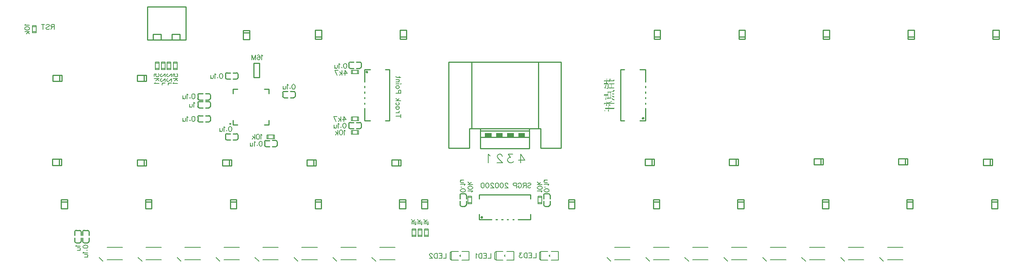
<source format=gbo>
G04 Layer: BottomSilkLayer*
G04 EasyEDA v6.4.25, 2022-01-20T16:11:06+08:00*
G04 bfaf2d4f65d64c88941de24b5d45c2ce,3b57db4a37c74da5bb1b5bc11455ab19,10*
G04 Gerber Generator version 0.2*
G04 Scale: 100 percent, Rotated: No, Reflected: No *
G04 Dimensions in millimeters *
G04 leading zeros omitted , absolute positions ,4 integer and 5 decimal *
%FSLAX45Y45*%
%MOMM*%

%ADD10C,0.2540*%
%ADD11C,0.1524*%
%ADD35C,0.2032*%
%ADD36C,0.1290*%
%ADD37C,0.2000*%

%LPD*%
G36*
X2355596Y1327150D02*
G01*
X2353818Y1319682D01*
X2343912Y1285494D01*
X2290826Y1285494D01*
X2290826Y1321054D01*
X2283460Y1323086D01*
X2283460Y1285494D01*
X2224786Y1285494D01*
X2227834Y1256792D01*
X2230323Y1257604D01*
X2232304Y1259281D01*
X2233777Y1262126D01*
X2234692Y1266190D01*
X2283460Y1266190D01*
X2283460Y1257808D01*
X2266950Y1246124D01*
X2280107Y1232001D01*
X2286762Y1225550D01*
X2288590Y1226312D01*
X2289860Y1227734D01*
X2290572Y1229715D01*
X2290826Y1232154D01*
X2290826Y1266190D01*
X2338070Y1266190D01*
X2325624Y1227328D01*
X2329180Y1226058D01*
X2339238Y1244142D01*
X2351024Y1266190D01*
X2431542Y1266190D01*
X2437028Y1266393D01*
X2441905Y1267053D01*
X2446223Y1268425D01*
X2449880Y1270762D01*
X2452928Y1274216D01*
X2455367Y1279042D01*
X2457196Y1285443D01*
X2458466Y1293622D01*
X2453995Y1294282D01*
X2450084Y1295196D01*
X2446731Y1296619D01*
X2443988Y1298702D01*
X2441752Y1301800D01*
X2439873Y1305915D01*
X2438400Y1311300D01*
X2437130Y1318260D01*
X2433066Y1318260D01*
X2434590Y1290828D01*
X2434386Y1288288D01*
X2433624Y1286611D01*
X2432253Y1285748D01*
X2430018Y1285494D01*
X2361184Y1285494D01*
X2374392Y1311910D01*
X2376474Y1312875D01*
X2378354Y1314246D01*
X2379929Y1315923D01*
X2380996Y1317752D01*
G37*
G36*
X2225802Y1218946D02*
G01*
X2228596Y1192022D01*
X2230729Y1192733D01*
X2232507Y1194257D01*
X2233828Y1196594D01*
X2234692Y1199896D01*
X2275586Y1199896D01*
X2269693Y1185214D01*
X2263140Y1170686D01*
X2256180Y1156817D01*
X2249068Y1144016D01*
X2245563Y1138123D01*
X2238705Y1127810D01*
X2235454Y1123442D01*
X2253742Y1099566D01*
X2255113Y1101648D01*
X2255723Y1104595D01*
X2255469Y1108354D01*
X2254250Y1113028D01*
X2258009Y1121562D01*
X2261819Y1131011D01*
X2265629Y1141272D01*
X2272842Y1163624D01*
X2276094Y1175512D01*
X2279091Y1187653D01*
X2281682Y1199896D01*
X2301494Y1199896D01*
X2304186Y1199438D01*
X2305913Y1197559D01*
X2306828Y1193342D01*
X2307082Y1185926D01*
X2307031Y1129588D01*
X2306574Y1117346D01*
X2306320Y1114856D01*
X2305862Y1112926D01*
X2305050Y1111453D01*
X2303780Y1110234D01*
X2300122Y1108405D01*
X2294585Y1106271D01*
X2279142Y1101598D01*
X2279142Y1098550D01*
X2304288Y1097788D01*
X2305862Y1093673D01*
X2307691Y1090980D01*
X2309825Y1089558D01*
X2312416Y1089152D01*
X2314651Y1089355D01*
X2316581Y1090117D01*
X2318308Y1091488D01*
X2319731Y1093571D01*
X2321001Y1096568D01*
X2322017Y1100480D01*
X2322880Y1105509D01*
X2323541Y1111707D01*
X2324049Y1119276D01*
X2324557Y1138732D01*
X2324608Y1188212D01*
X2324404Y1196746D01*
X2323795Y1203604D01*
X2322677Y1208989D01*
X2320848Y1213002D01*
X2318308Y1215847D01*
X2314956Y1217676D01*
X2310638Y1218641D01*
X2305304Y1218946D01*
G37*
G36*
X2339340Y1217676D02*
G01*
X2348171Y1197864D01*
X2432558Y1197864D01*
X2432558Y1124966D01*
X2397506Y1124966D01*
X2397506Y1197864D01*
X2390140Y1197864D01*
X2390140Y1124966D01*
X2356104Y1124966D01*
X2356104Y1197864D01*
X2348171Y1197864D01*
X2348738Y1196594D01*
X2348738Y1127506D01*
X2337308Y1117092D01*
X2354326Y1094232D01*
X2355850Y1095959D01*
X2357374Y1098346D01*
X2358694Y1101445D01*
X2359660Y1105154D01*
X2451100Y1105154D01*
X2452827Y1106932D01*
X2454808Y1111097D01*
X2456484Y1116431D01*
X2457196Y1121664D01*
X2457196Y1124966D01*
X2439924Y1124966D01*
X2439924Y1197864D01*
X2452624Y1197864D01*
X2454402Y1199286D01*
X2456586Y1203096D01*
X2458466Y1208481D01*
X2459228Y1214628D01*
X2459228Y1217676D01*
G37*
G36*
X2448052Y1068882D02*
G01*
X2443886Y1067460D01*
X2440381Y1064463D01*
X2437638Y1060450D01*
X2435199Y1055319D01*
X2431897Y1050340D01*
X2427782Y1045667D01*
X2422956Y1041450D01*
X2417368Y1037844D01*
X2411171Y1035050D01*
X2404364Y1033221D01*
X2396998Y1032510D01*
X2396998Y1028192D01*
X2404922Y1026515D01*
X2412238Y1025702D01*
X2419045Y1025652D01*
X2425293Y1026363D01*
X2430983Y1027633D01*
X2436164Y1029512D01*
X2440736Y1031798D01*
X2444800Y1034440D01*
X2448306Y1037386D01*
X2451303Y1040485D01*
X2453741Y1043736D01*
X2455672Y1046987D01*
X2458110Y1053439D01*
X2458516Y1059738D01*
X2456738Y1064971D01*
X2452624Y1068324D01*
G37*
G36*
X2298954Y1031240D02*
G01*
X2307696Y1010919D01*
X2368550Y1010919D01*
X2368550Y893318D01*
X2315718Y893318D01*
X2315718Y1010919D01*
X2307696Y1010919D01*
X2308352Y1009396D01*
X2308352Y965962D01*
X2224024Y965962D01*
X2227072Y934974D01*
X2229713Y935786D01*
X2231948Y937564D01*
X2233625Y940511D01*
X2234692Y944880D01*
X2264156Y944880D01*
X2264156Y884174D01*
X2246884Y870712D01*
X2260701Y854100D01*
X2267712Y846328D01*
X2269540Y847242D01*
X2270810Y848715D01*
X2271522Y850696D01*
X2271776Y853186D01*
X2271776Y944880D01*
X2308352Y944880D01*
X2308352Y895858D01*
X2296668Y885444D01*
X2314194Y862076D01*
X2315718Y863752D01*
X2317242Y866038D01*
X2318562Y868984D01*
X2319528Y872490D01*
X2383536Y872490D01*
X2385263Y874369D01*
X2387396Y878789D01*
X2389124Y884428D01*
X2389886Y890016D01*
X2389886Y893318D01*
X2375662Y893318D01*
X2375662Y1010919D01*
X2385060Y1010919D01*
X2386990Y1012444D01*
X2389225Y1016406D01*
X2391156Y1021943D01*
X2391918Y1028192D01*
X2391918Y1031240D01*
G37*
G36*
X2399284Y992632D02*
G01*
X2398268Y989330D01*
X2403348Y983437D01*
X2408478Y978509D01*
X2413558Y974496D01*
X2418537Y971296D01*
X2423414Y968857D01*
X2428138Y967181D01*
X2432608Y966114D01*
X2436825Y965708D01*
X2440787Y965809D01*
X2444343Y966419D01*
X2447493Y967486D01*
X2450236Y968959D01*
X2452471Y970686D01*
X2454198Y972769D01*
X2455316Y975004D01*
X2455824Y977442D01*
X2455621Y979932D01*
X2454706Y982522D01*
X2453081Y985062D01*
X2450592Y987552D01*
X2444140Y986840D01*
X2437485Y986688D01*
X2430729Y986891D01*
X2423972Y987501D01*
X2410968Y989634D01*
X2404872Y991057D01*
G37*
G36*
X2399030Y946658D02*
G01*
X2397252Y943610D01*
X2401519Y935431D01*
X2405938Y928319D01*
X2410510Y922223D01*
X2415082Y917143D01*
X2419705Y912977D01*
X2424277Y909675D01*
X2428697Y907135D01*
X2433015Y905408D01*
X2437079Y904341D01*
X2440889Y903935D01*
X2444343Y904138D01*
X2447391Y904849D01*
X2450033Y906018D01*
X2452166Y907592D01*
X2453741Y909574D01*
X2454706Y911809D01*
X2455011Y914349D01*
X2454605Y917041D01*
X2453386Y919886D01*
X2451354Y922782D01*
X2444699Y923950D01*
X2437841Y925931D01*
X2430830Y928573D01*
X2423871Y931671D01*
X2417064Y935177D01*
X2410561Y938936D01*
X2404516Y942797D01*
G37*
G36*
X2398522Y895350D02*
G01*
X2396236Y892810D01*
X2399538Y883970D01*
X2403043Y875995D01*
X2406700Y868883D01*
X2410510Y862634D01*
X2414422Y857097D01*
X2418384Y852373D01*
X2422347Y848309D01*
X2426309Y844956D01*
X2430221Y842213D01*
X2434031Y840130D01*
X2437688Y838606D01*
X2441194Y837590D01*
X2444496Y837082D01*
X2447493Y837082D01*
X2450236Y837488D01*
X2452674Y838301D01*
X2454757Y839469D01*
X2456383Y840994D01*
X2457602Y842771D01*
X2458313Y844854D01*
X2458516Y847140D01*
X2458212Y849579D01*
X2457246Y852220D01*
X2455672Y854964D01*
X2450693Y856538D01*
X2445613Y858621D01*
X2440432Y861212D01*
X2435250Y864209D01*
X2430119Y867511D01*
X2420010Y874979D01*
X2410612Y883107D01*
X2402230Y891336D01*
G37*
G36*
X2398268Y818134D02*
G01*
X2389124Y812393D01*
X2379472Y807008D01*
X2369362Y801979D01*
X2358898Y797356D01*
X2348077Y793089D01*
X2337003Y789228D01*
X2325776Y785672D01*
X2314397Y782523D01*
X2302967Y779678D01*
X2291588Y777240D01*
X2291588Y810514D01*
X2284222Y812292D01*
X2284222Y773176D01*
X2225040Y773176D01*
X2228088Y743966D01*
X2230678Y744829D01*
X2232710Y746455D01*
X2234184Y749198D01*
X2235200Y753364D01*
X2284222Y753364D01*
X2284222Y742442D01*
X2268220Y730504D01*
X2281072Y715518D01*
X2287524Y708660D01*
X2289352Y709472D01*
X2290622Y710793D01*
X2291334Y712622D01*
X2291588Y715010D01*
X2291588Y753364D01*
X2322830Y753364D01*
X2326081Y745388D01*
X2329535Y738479D01*
X2333091Y732536D01*
X2336800Y727557D01*
X2340508Y723493D01*
X2344216Y720293D01*
X2347874Y717854D01*
X2351430Y716127D01*
X2354834Y715111D01*
X2357983Y714705D01*
X2360879Y714857D01*
X2363470Y715518D01*
X2365654Y716635D01*
X2367432Y718210D01*
X2368753Y720090D01*
X2369515Y722274D01*
X2369667Y724662D01*
X2369261Y727252D01*
X2368143Y729996D01*
X2366264Y732790D01*
X2361488Y733958D01*
X2356510Y735736D01*
X2351481Y737971D01*
X2346401Y740613D01*
X2341372Y743559D01*
X2331923Y750011D01*
X2327656Y753364D01*
X2451862Y753364D01*
X2453843Y754735D01*
X2456027Y758393D01*
X2457754Y763422D01*
X2458466Y769112D01*
X2458466Y773176D01*
X2342896Y773176D01*
X2353614Y778764D01*
X2363978Y784910D01*
X2373884Y791565D01*
X2383383Y798779D01*
X2392426Y806450D01*
X2401062Y814578D01*
G37*
G36*
X2327656Y723646D02*
G01*
X2327656Y663448D01*
X2254250Y663448D01*
X2254250Y715772D01*
X2246884Y717804D01*
X2246884Y619760D01*
X2230374Y607314D01*
X2237232Y598982D01*
X2250186Y584200D01*
X2252014Y585063D01*
X2253284Y586435D01*
X2253996Y588365D01*
X2254250Y590804D01*
X2254250Y642366D01*
X2327656Y642366D01*
X2327656Y613410D01*
X2310384Y600964D01*
X2324201Y585114D01*
X2330958Y578104D01*
X2332786Y578866D01*
X2334056Y580288D01*
X2334768Y582269D01*
X2335022Y584708D01*
X2335022Y642366D01*
X2451862Y642366D01*
X2453690Y643737D01*
X2455976Y647242D01*
X2457907Y652780D01*
X2458720Y660146D01*
X2458720Y663448D01*
X2335022Y663448D01*
X2335022Y721614D01*
G37*
D11*
X-7709362Y1429905D02*
G01*
X-7714556Y1429905D01*
X-7724947Y1424708D01*
X-7730144Y1419514D01*
X-7735338Y1409123D01*
X-7735338Y1388341D01*
X-7730144Y1377950D01*
X-7724947Y1372755D01*
X-7714556Y1367558D01*
X-7704165Y1367558D01*
X-7693774Y1372755D01*
X-7678188Y1383144D01*
X-7626235Y1435100D01*
X-7626235Y1362364D01*
X-7709362Y1322877D02*
G01*
X-7714556Y1322877D01*
X-7724947Y1317683D01*
X-7730144Y1312486D01*
X-7735338Y1302095D01*
X-7735338Y1281315D01*
X-7730144Y1270924D01*
X-7724947Y1265727D01*
X-7714556Y1260533D01*
X-7704165Y1260533D01*
X-7693774Y1265727D01*
X-7678188Y1276118D01*
X-7626235Y1328074D01*
X-7626235Y1255336D01*
X-7698971Y1221046D02*
G01*
X-7626235Y1221046D01*
X-7667797Y1221046D02*
G01*
X-7683385Y1215852D01*
X-7693774Y1205461D01*
X-7698971Y1195070D01*
X-7698971Y1179484D01*
X-7569662Y1429905D02*
G01*
X-7574856Y1429905D01*
X-7585247Y1424708D01*
X-7590444Y1419514D01*
X-7595638Y1409123D01*
X-7595638Y1388341D01*
X-7590444Y1377950D01*
X-7585247Y1372755D01*
X-7574856Y1367558D01*
X-7564465Y1367558D01*
X-7554074Y1372755D01*
X-7538488Y1383144D01*
X-7486535Y1435100D01*
X-7486535Y1362364D01*
X-7569662Y1322877D02*
G01*
X-7574856Y1322877D01*
X-7585247Y1317683D01*
X-7590444Y1312486D01*
X-7595638Y1302095D01*
X-7595638Y1281315D01*
X-7590444Y1270924D01*
X-7585247Y1265727D01*
X-7574856Y1260533D01*
X-7564465Y1260533D01*
X-7554074Y1265727D01*
X-7538488Y1276118D01*
X-7486535Y1328074D01*
X-7486535Y1255336D01*
X-7559271Y1221046D02*
G01*
X-7486535Y1221046D01*
X-7528097Y1221046D02*
G01*
X-7543685Y1215852D01*
X-7554074Y1205461D01*
X-7559271Y1195070D01*
X-7559271Y1179484D01*
X-7455938Y1372755D02*
G01*
X-7455938Y1424708D01*
X-7409179Y1429905D01*
X-7414374Y1424708D01*
X-7419571Y1409123D01*
X-7419571Y1393535D01*
X-7414374Y1377950D01*
X-7403985Y1367558D01*
X-7388397Y1362364D01*
X-7378006Y1362364D01*
X-7362421Y1367558D01*
X-7352029Y1377950D01*
X-7346835Y1393535D01*
X-7346835Y1409123D01*
X-7352029Y1424708D01*
X-7357224Y1429905D01*
X-7367615Y1435100D01*
X-7455938Y1328074D02*
G01*
X-7346835Y1328074D01*
X-7419571Y1276118D02*
G01*
X-7367615Y1328074D01*
X-7388397Y1307292D02*
G01*
X-7346835Y1270924D01*
X-7435156Y1236634D02*
G01*
X-7440353Y1226243D01*
X-7455938Y1210655D01*
X-7346835Y1210655D01*
X-7875038Y1372755D02*
G01*
X-7875038Y1424708D01*
X-7828279Y1429905D01*
X-7833474Y1424708D01*
X-7838671Y1409123D01*
X-7838671Y1393535D01*
X-7833474Y1377950D01*
X-7823085Y1367558D01*
X-7807497Y1362364D01*
X-7797106Y1362364D01*
X-7781521Y1367558D01*
X-7771129Y1377950D01*
X-7765935Y1393535D01*
X-7765935Y1409123D01*
X-7771129Y1424708D01*
X-7776324Y1429905D01*
X-7786715Y1435100D01*
X-7875038Y1328074D02*
G01*
X-7765935Y1328074D01*
X-7838671Y1276118D02*
G01*
X-7786715Y1328074D01*
X-7807497Y1307292D02*
G01*
X-7765935Y1270924D01*
X-7854256Y1236634D02*
G01*
X-7859453Y1226243D01*
X-7875038Y1210655D01*
X-7765935Y1210655D01*
X-10762556Y2552700D02*
G01*
X-10767753Y2542308D01*
X-10783338Y2526723D01*
X-10674235Y2526723D01*
X-10783338Y2461260D02*
G01*
X-10778144Y2476845D01*
X-10762556Y2487236D01*
X-10736579Y2492433D01*
X-10720994Y2492433D01*
X-10695015Y2487236D01*
X-10679429Y2476845D01*
X-10674235Y2461260D01*
X-10674235Y2450868D01*
X-10679429Y2435283D01*
X-10695015Y2424892D01*
X-10720994Y2419695D01*
X-10736579Y2419695D01*
X-10762556Y2424892D01*
X-10778144Y2435283D01*
X-10783338Y2450868D01*
X-10783338Y2461260D01*
X-10783338Y2385405D02*
G01*
X-10674235Y2385405D01*
X-10746971Y2333452D02*
G01*
X-10695015Y2385405D01*
X-10715797Y2364625D02*
G01*
X-10674235Y2328255D01*
X-9619556Y-2425700D02*
G01*
X-9624753Y-2436091D01*
X-9640338Y-2451676D01*
X-9531235Y-2451676D01*
X-9603971Y-2485966D02*
G01*
X-9552015Y-2485966D01*
X-9536429Y-2491163D01*
X-9531235Y-2501554D01*
X-9531235Y-2517139D01*
X-9536429Y-2527531D01*
X-9552015Y-2543116D01*
X-9603971Y-2543116D02*
G01*
X-9531235Y-2543116D01*
X-9475238Y-2456873D02*
G01*
X-9470044Y-2441285D01*
X-9454456Y-2430894D01*
X-9428479Y-2425700D01*
X-9412894Y-2425700D01*
X-9386915Y-2430894D01*
X-9371329Y-2441285D01*
X-9366135Y-2456873D01*
X-9366135Y-2467264D01*
X-9371329Y-2482850D01*
X-9386915Y-2493241D01*
X-9412894Y-2498435D01*
X-9428479Y-2498435D01*
X-9454456Y-2493241D01*
X-9470044Y-2482850D01*
X-9475238Y-2467264D01*
X-9475238Y-2456873D01*
X-9392112Y-2537922D02*
G01*
X-9386915Y-2532725D01*
X-9381721Y-2537922D01*
X-9386915Y-2543116D01*
X-9392112Y-2537922D01*
X-9454456Y-2577406D02*
G01*
X-9459653Y-2587797D01*
X-9475238Y-2603385D01*
X-9366135Y-2603385D01*
X-9438871Y-2637675D02*
G01*
X-9386915Y-2637675D01*
X-9371329Y-2642870D01*
X-9366135Y-2653261D01*
X-9366135Y-2668846D01*
X-9371329Y-2679237D01*
X-9386915Y-2694825D01*
X-9438871Y-2694825D02*
G01*
X-9366135Y-2694825D01*
X-6990773Y978938D02*
G01*
X-6975185Y973744D01*
X-6964794Y958156D01*
X-6959600Y932179D01*
X-6959600Y916594D01*
X-6964794Y890615D01*
X-6975185Y875029D01*
X-6990773Y869835D01*
X-7001164Y869835D01*
X-7016750Y875029D01*
X-7027141Y890615D01*
X-7032335Y916594D01*
X-7032335Y932179D01*
X-7027141Y958156D01*
X-7016750Y973744D01*
X-7001164Y978938D01*
X-6990773Y978938D01*
X-7071822Y895812D02*
G01*
X-7066625Y890615D01*
X-7071822Y885421D01*
X-7077016Y890615D01*
X-7071822Y895812D01*
X-7111306Y958156D02*
G01*
X-7121697Y963353D01*
X-7137285Y978938D01*
X-7137285Y869835D01*
X-7171575Y942571D02*
G01*
X-7171575Y890615D01*
X-7176770Y875029D01*
X-7187161Y869835D01*
X-7202746Y869835D01*
X-7213137Y875029D01*
X-7228725Y890615D01*
X-7228725Y942571D02*
G01*
X-7228725Y869835D01*
X-6959600Y767656D02*
G01*
X-6969991Y772853D01*
X-6985576Y788438D01*
X-6985576Y679335D01*
X-7019866Y752071D02*
G01*
X-7019866Y700115D01*
X-7025063Y684529D01*
X-7035454Y679335D01*
X-7051039Y679335D01*
X-7061431Y684529D01*
X-7077016Y700115D01*
X-7077016Y752071D02*
G01*
X-7077016Y679335D01*
X-6990773Y470938D02*
G01*
X-6975185Y465744D01*
X-6964794Y450156D01*
X-6959600Y424179D01*
X-6959600Y408594D01*
X-6964794Y382615D01*
X-6975185Y367029D01*
X-6990773Y361835D01*
X-7001164Y361835D01*
X-7016750Y367029D01*
X-7027141Y382615D01*
X-7032335Y408594D01*
X-7032335Y424179D01*
X-7027141Y450156D01*
X-7016750Y465744D01*
X-7001164Y470938D01*
X-6990773Y470938D01*
X-7071822Y387812D02*
G01*
X-7066625Y382615D01*
X-7071822Y377421D01*
X-7077016Y382615D01*
X-7071822Y387812D01*
X-7111306Y450156D02*
G01*
X-7121697Y455353D01*
X-7137285Y470938D01*
X-7137285Y361835D01*
X-7171575Y434571D02*
G01*
X-7171575Y382615D01*
X-7176770Y367029D01*
X-7187161Y361835D01*
X-7202746Y361835D01*
X-7213137Y367029D01*
X-7228725Y382615D01*
X-7228725Y434571D02*
G01*
X-7228725Y361835D01*
X-6165273Y242338D02*
G01*
X-6149685Y237144D01*
X-6139294Y221556D01*
X-6134100Y195579D01*
X-6134100Y179994D01*
X-6139294Y154015D01*
X-6149685Y138429D01*
X-6165273Y133235D01*
X-6175664Y133235D01*
X-6191250Y138429D01*
X-6201641Y154015D01*
X-6206835Y179994D01*
X-6206835Y195579D01*
X-6201641Y221556D01*
X-6191250Y237144D01*
X-6175664Y242338D01*
X-6165273Y242338D01*
X-6246322Y159212D02*
G01*
X-6241125Y154015D01*
X-6246322Y148821D01*
X-6251516Y154015D01*
X-6246322Y159212D01*
X-6285806Y221556D02*
G01*
X-6296197Y226753D01*
X-6311785Y242338D01*
X-6311785Y133235D01*
X-6346075Y205971D02*
G01*
X-6346075Y154015D01*
X-6351270Y138429D01*
X-6361661Y133235D01*
X-6377246Y133235D01*
X-6387637Y138429D01*
X-6403225Y154015D01*
X-6403225Y205971D02*
G01*
X-6403225Y133235D01*
X-5481172Y-87180D02*
G01*
X-5465584Y-92374D01*
X-5455193Y-107962D01*
X-5449999Y-133939D01*
X-5449999Y-149524D01*
X-5455193Y-175503D01*
X-5465584Y-191089D01*
X-5481172Y-196283D01*
X-5491563Y-196283D01*
X-5507149Y-191089D01*
X-5517540Y-175503D01*
X-5522734Y-149524D01*
X-5522734Y-133939D01*
X-5517540Y-107962D01*
X-5507149Y-92374D01*
X-5491563Y-87180D01*
X-5481172Y-87180D01*
X-5562221Y-170306D02*
G01*
X-5557024Y-175503D01*
X-5562221Y-180698D01*
X-5567415Y-175503D01*
X-5562221Y-170306D01*
X-5601705Y-107962D02*
G01*
X-5612096Y-102765D01*
X-5627684Y-87180D01*
X-5627684Y-196283D01*
X-5661974Y-123548D02*
G01*
X-5661974Y-175503D01*
X-5667169Y-191089D01*
X-5677560Y-196283D01*
X-5693145Y-196283D01*
X-5703536Y-191089D01*
X-5719124Y-175503D01*
X-5719124Y-123548D02*
G01*
X-5719124Y-196283D01*
X-5449999Y48201D02*
G01*
X-5460390Y53398D01*
X-5475975Y68983D01*
X-5475975Y-40119D01*
X-5541439Y68983D02*
G01*
X-5525853Y63789D01*
X-5515462Y48201D01*
X-5510265Y22225D01*
X-5510265Y6639D01*
X-5515462Y-19339D01*
X-5525853Y-34925D01*
X-5541439Y-40119D01*
X-5551830Y-40119D01*
X-5567415Y-34925D01*
X-5577806Y-19339D01*
X-5583003Y6639D01*
X-5583003Y22225D01*
X-5577806Y48201D01*
X-5567415Y63789D01*
X-5551830Y68983D01*
X-5541439Y68983D01*
X-5617293Y68983D02*
G01*
X-5617293Y-40119D01*
X-5669246Y32616D02*
G01*
X-5617293Y-19339D01*
X-5638073Y1442D02*
G01*
X-5674443Y-40119D01*
X-6368473Y1436138D02*
G01*
X-6352885Y1430944D01*
X-6342494Y1415356D01*
X-6337300Y1389379D01*
X-6337300Y1373794D01*
X-6342494Y1347815D01*
X-6352885Y1332229D01*
X-6368473Y1327035D01*
X-6378864Y1327035D01*
X-6394450Y1332229D01*
X-6404841Y1347815D01*
X-6410035Y1373794D01*
X-6410035Y1389379D01*
X-6404841Y1415356D01*
X-6394450Y1430944D01*
X-6378864Y1436138D01*
X-6368473Y1436138D01*
X-6449522Y1353012D02*
G01*
X-6444325Y1347815D01*
X-6449522Y1342621D01*
X-6454716Y1347815D01*
X-6449522Y1353012D01*
X-6489006Y1415356D02*
G01*
X-6499397Y1420553D01*
X-6514985Y1436138D01*
X-6514985Y1327035D01*
X-6549275Y1399771D02*
G01*
X-6549275Y1347815D01*
X-6554470Y1332229D01*
X-6564861Y1327035D01*
X-6580446Y1327035D01*
X-6590837Y1332229D01*
X-6606425Y1347815D01*
X-6606425Y1399771D02*
G01*
X-6606425Y1327035D01*
X-5435600Y1834456D02*
G01*
X-5445991Y1839653D01*
X-5461576Y1855238D01*
X-5461576Y1746135D01*
X-5558213Y1839653D02*
G01*
X-5553016Y1850044D01*
X-5537431Y1855238D01*
X-5527039Y1855238D01*
X-5511454Y1850044D01*
X-5501063Y1834456D01*
X-5495866Y1808479D01*
X-5495866Y1782503D01*
X-5501063Y1761721D01*
X-5511454Y1751329D01*
X-5527039Y1746135D01*
X-5532234Y1746135D01*
X-5547822Y1751329D01*
X-5558213Y1761721D01*
X-5563407Y1777306D01*
X-5563407Y1782503D01*
X-5558213Y1798088D01*
X-5547822Y1808479D01*
X-5532234Y1813674D01*
X-5527039Y1813674D01*
X-5511454Y1808479D01*
X-5501063Y1798088D01*
X-5495866Y1782503D01*
X-5597697Y1855238D02*
G01*
X-5597697Y1746135D01*
X-5597697Y1855238D02*
G01*
X-5639262Y1746135D01*
X-5680824Y1855238D02*
G01*
X-5639262Y1746135D01*
X-5680824Y1855238D02*
G01*
X-5680824Y1746135D01*
X-4742873Y1194838D02*
G01*
X-4727285Y1189644D01*
X-4716894Y1174056D01*
X-4711700Y1148079D01*
X-4711700Y1132494D01*
X-4716894Y1106515D01*
X-4727285Y1090929D01*
X-4742873Y1085735D01*
X-4753264Y1085735D01*
X-4768850Y1090929D01*
X-4779241Y1106515D01*
X-4784435Y1132494D01*
X-4784435Y1148079D01*
X-4779241Y1174056D01*
X-4768850Y1189644D01*
X-4753264Y1194838D01*
X-4742873Y1194838D01*
X-4823922Y1111712D02*
G01*
X-4818725Y1106515D01*
X-4823922Y1101321D01*
X-4829116Y1106515D01*
X-4823922Y1111712D01*
X-4863406Y1174056D02*
G01*
X-4873797Y1179253D01*
X-4889385Y1194838D01*
X-4889385Y1085735D01*
X-4923675Y1158471D02*
G01*
X-4923675Y1106515D01*
X-4928870Y1090929D01*
X-4939261Y1085735D01*
X-4954846Y1085735D01*
X-4965237Y1090929D01*
X-4980825Y1106515D01*
X-4980825Y1158471D02*
G01*
X-4980825Y1085735D01*
X-3581171Y1663565D02*
G01*
X-3565583Y1658371D01*
X-3555192Y1642783D01*
X-3549997Y1616806D01*
X-3549997Y1601221D01*
X-3555192Y1575241D01*
X-3565583Y1559656D01*
X-3581171Y1554462D01*
X-3591562Y1554462D01*
X-3607147Y1559656D01*
X-3617539Y1575241D01*
X-3622733Y1601221D01*
X-3622733Y1616806D01*
X-3617539Y1642783D01*
X-3607147Y1658371D01*
X-3591562Y1663565D01*
X-3581171Y1663565D01*
X-3662220Y1580438D02*
G01*
X-3657023Y1575241D01*
X-3662220Y1570047D01*
X-3667414Y1575241D01*
X-3662220Y1580438D01*
X-3701704Y1642783D02*
G01*
X-3712095Y1647979D01*
X-3727683Y1663565D01*
X-3727683Y1554462D01*
X-3761973Y1627197D02*
G01*
X-3761973Y1575241D01*
X-3767167Y1559656D01*
X-3777559Y1554462D01*
X-3793144Y1554462D01*
X-3803535Y1559656D01*
X-3819123Y1575241D01*
X-3819123Y1627197D02*
G01*
X-3819123Y1554462D01*
X-3595255Y1512338D02*
G01*
X-3543300Y1439603D01*
X-3621232Y1439603D01*
X-3595255Y1512338D02*
G01*
X-3595255Y1403235D01*
X-3655522Y1512338D02*
G01*
X-3655522Y1403235D01*
X-3707475Y1475971D02*
G01*
X-3655522Y1424015D01*
X-3676304Y1444797D02*
G01*
X-3712672Y1403235D01*
X-3819697Y1512338D02*
G01*
X-3767744Y1403235D01*
X-3746962Y1512338D02*
G01*
X-3819697Y1512338D01*
X-3599873Y318538D02*
G01*
X-3584285Y313344D01*
X-3573894Y297756D01*
X-3568700Y271779D01*
X-3568700Y256194D01*
X-3573894Y230215D01*
X-3584285Y214629D01*
X-3599873Y209435D01*
X-3610264Y209435D01*
X-3625850Y214629D01*
X-3636241Y230215D01*
X-3641435Y256194D01*
X-3641435Y271779D01*
X-3636241Y297756D01*
X-3625850Y313344D01*
X-3610264Y318538D01*
X-3599873Y318538D01*
X-3680922Y235412D02*
G01*
X-3675725Y230215D01*
X-3680922Y225021D01*
X-3686116Y230215D01*
X-3680922Y235412D01*
X-3720406Y297756D02*
G01*
X-3730797Y302953D01*
X-3746385Y318538D01*
X-3746385Y209435D01*
X-3780675Y282171D02*
G01*
X-3780675Y230215D01*
X-3785870Y214629D01*
X-3796261Y209435D01*
X-3811846Y209435D01*
X-3822237Y214629D01*
X-3837825Y230215D01*
X-3837825Y282171D02*
G01*
X-3837825Y209435D01*
X-3620655Y470938D02*
G01*
X-3568700Y398203D01*
X-3646632Y398203D01*
X-3620655Y470938D02*
G01*
X-3620655Y361835D01*
X-3680922Y470938D02*
G01*
X-3680922Y361835D01*
X-3732875Y434571D02*
G01*
X-3680922Y382615D01*
X-3701704Y403397D02*
G01*
X-3738072Y361835D01*
X-3845097Y470938D02*
G01*
X-3793144Y361835D01*
X-3772362Y470938D02*
G01*
X-3845097Y470938D01*
X-3581400Y145356D02*
G01*
X-3591791Y150553D01*
X-3607376Y166138D01*
X-3607376Y57035D01*
X-3672839Y166138D02*
G01*
X-3657254Y160944D01*
X-3646863Y145356D01*
X-3641666Y119379D01*
X-3641666Y103794D01*
X-3646863Y77815D01*
X-3657254Y62229D01*
X-3672839Y57035D01*
X-3683231Y57035D01*
X-3698816Y62229D01*
X-3709207Y77815D01*
X-3714404Y103794D01*
X-3714404Y119379D01*
X-3709207Y145356D01*
X-3698816Y160944D01*
X-3683231Y166138D01*
X-3672839Y166138D01*
X-3748694Y166138D02*
G01*
X-3748694Y57035D01*
X-3800647Y129771D02*
G01*
X-3748694Y77815D01*
X-3769474Y98597D02*
G01*
X-3805844Y57035D01*
X-2013643Y-1968500D02*
G01*
X-2008446Y-1958108D01*
X-1992861Y-1942523D01*
X-2101964Y-1942523D01*
X-1992861Y-1908233D02*
G01*
X-2101964Y-1908233D01*
X-2029228Y-1856277D02*
G01*
X-2081184Y-1908233D01*
X-2060402Y-1887451D02*
G01*
X-2101964Y-1851083D01*
X-1873943Y-1968500D02*
G01*
X-1868746Y-1958108D01*
X-1853161Y-1942523D01*
X-1962264Y-1942523D01*
X-1853161Y-1908233D02*
G01*
X-1962264Y-1908233D01*
X-1889528Y-1856277D02*
G01*
X-1941484Y-1908233D01*
X-1920702Y-1887451D02*
G01*
X-1962264Y-1851083D01*
X-1734243Y-1968500D02*
G01*
X-1729046Y-1958108D01*
X-1713461Y-1942523D01*
X-1822564Y-1942523D01*
X-1713461Y-1908233D02*
G01*
X-1822564Y-1908233D01*
X-1749828Y-1856277D02*
G01*
X-1801784Y-1908233D01*
X-1781002Y-1887451D02*
G01*
X-1822564Y-1851083D01*
X-887961Y-1200726D02*
G01*
X-893155Y-1216314D01*
X-908743Y-1226705D01*
X-934720Y-1231900D01*
X-950305Y-1231900D01*
X-976284Y-1226705D01*
X-991870Y-1216314D01*
X-997064Y-1200726D01*
X-997064Y-1190335D01*
X-991870Y-1174750D01*
X-976284Y-1164358D01*
X-950305Y-1159164D01*
X-934720Y-1159164D01*
X-908743Y-1164358D01*
X-893155Y-1174750D01*
X-887961Y-1190335D01*
X-887961Y-1200726D01*
X-971087Y-1119677D02*
G01*
X-976284Y-1124874D01*
X-981478Y-1119677D01*
X-976284Y-1114483D01*
X-971087Y-1119677D01*
X-908743Y-1080193D02*
G01*
X-903546Y-1069802D01*
X-887961Y-1054214D01*
X-997064Y-1054214D01*
X-924328Y-1019924D02*
G01*
X-976284Y-1019924D01*
X-991870Y-1014729D01*
X-997064Y-1004338D01*
X-997064Y-988753D01*
X-991870Y-978362D01*
X-976284Y-962774D01*
X-924328Y-962774D02*
G01*
X-997064Y-962774D01*
X-743643Y-1231900D02*
G01*
X-738446Y-1221508D01*
X-722861Y-1205923D01*
X-831964Y-1205923D01*
X-722861Y-1140460D02*
G01*
X-728055Y-1156045D01*
X-743643Y-1166436D01*
X-769620Y-1171633D01*
X-785205Y-1171633D01*
X-811184Y-1166436D01*
X-826770Y-1156045D01*
X-831964Y-1140460D01*
X-831964Y-1130068D01*
X-826770Y-1114483D01*
X-811184Y-1104092D01*
X-785205Y-1098895D01*
X-769620Y-1098895D01*
X-743643Y-1104092D01*
X-728055Y-1114483D01*
X-722861Y-1130068D01*
X-722861Y-1140460D01*
X-722861Y-1064605D02*
G01*
X-831964Y-1064605D01*
X-759228Y-1012652D02*
G01*
X-811184Y-1064605D01*
X-790402Y-1043825D02*
G01*
X-831964Y-1007455D01*
X818456Y-1231900D02*
G01*
X823653Y-1221508D01*
X839238Y-1205923D01*
X730135Y-1205923D01*
X839238Y-1140460D02*
G01*
X834044Y-1156045D01*
X818456Y-1166436D01*
X792479Y-1171633D01*
X776894Y-1171633D01*
X750915Y-1166436D01*
X735329Y-1156045D01*
X730135Y-1140460D01*
X730135Y-1130068D01*
X735329Y-1114483D01*
X750915Y-1104092D01*
X776894Y-1098895D01*
X792479Y-1098895D01*
X818456Y-1104092D01*
X834044Y-1114483D01*
X839238Y-1130068D01*
X839238Y-1140460D01*
X839238Y-1064605D02*
G01*
X730135Y-1064605D01*
X802871Y-1012652D02*
G01*
X750915Y-1064605D01*
X771697Y-1043825D02*
G01*
X730135Y-1007455D01*
X991638Y-1200726D02*
G01*
X986444Y-1216314D01*
X970856Y-1226705D01*
X944879Y-1231900D01*
X929294Y-1231900D01*
X903315Y-1226705D01*
X887729Y-1216314D01*
X882535Y-1200726D01*
X882535Y-1190335D01*
X887729Y-1174750D01*
X903315Y-1164358D01*
X929294Y-1159164D01*
X944879Y-1159164D01*
X970856Y-1164358D01*
X986444Y-1174750D01*
X991638Y-1190335D01*
X991638Y-1200726D01*
X908512Y-1119677D02*
G01*
X903315Y-1124874D01*
X898121Y-1119677D01*
X903315Y-1114483D01*
X908512Y-1119677D01*
X970856Y-1080193D02*
G01*
X976053Y-1069802D01*
X991638Y-1054214D01*
X882535Y-1054214D01*
X955271Y-1019924D02*
G01*
X903315Y-1019924D01*
X887729Y-1014729D01*
X882535Y-1004338D01*
X882535Y-988753D01*
X887729Y-978362D01*
X903315Y-962774D01*
X955271Y-962774D02*
G01*
X882535Y-962774D01*
X-2335761Y480867D02*
G01*
X-2444864Y480867D01*
X-2335761Y444500D02*
G01*
X-2335761Y517235D01*
X-2372128Y551525D02*
G01*
X-2444864Y551525D01*
X-2403302Y551525D02*
G01*
X-2387714Y556722D01*
X-2377325Y567113D01*
X-2372128Y577504D01*
X-2372128Y593089D01*
X-2372128Y689724D02*
G01*
X-2444864Y689724D01*
X-2387714Y689724D02*
G01*
X-2377325Y679335D01*
X-2372128Y668944D01*
X-2372128Y653356D01*
X-2377325Y642965D01*
X-2387714Y632574D01*
X-2403302Y627379D01*
X-2413693Y627379D01*
X-2429278Y632574D01*
X-2439670Y642965D01*
X-2444864Y653356D01*
X-2444864Y668944D01*
X-2439670Y679335D01*
X-2429278Y689724D01*
X-2387714Y786361D02*
G01*
X-2377325Y775970D01*
X-2372128Y765578D01*
X-2372128Y749993D01*
X-2377325Y739602D01*
X-2387714Y729211D01*
X-2403302Y724014D01*
X-2413693Y724014D01*
X-2429278Y729211D01*
X-2439670Y739602D01*
X-2444864Y749993D01*
X-2444864Y765578D01*
X-2439670Y775970D01*
X-2429278Y786361D01*
X-2335761Y820651D02*
G01*
X-2444864Y820651D01*
X-2372128Y872604D02*
G01*
X-2424084Y820651D01*
X-2403302Y841433D02*
G01*
X-2444864Y877801D01*
X-2335761Y992101D02*
G01*
X-2444864Y992101D01*
X-2335761Y992101D02*
G01*
X-2335761Y1038860D01*
X-2340955Y1054445D01*
X-2346152Y1059642D01*
X-2356543Y1064836D01*
X-2372128Y1064836D01*
X-2382520Y1059642D01*
X-2387714Y1054445D01*
X-2392911Y1038860D01*
X-2392911Y992101D01*
X-2372128Y1125105D02*
G01*
X-2377325Y1114714D01*
X-2387714Y1104323D01*
X-2403302Y1099126D01*
X-2413693Y1099126D01*
X-2429278Y1104323D01*
X-2439670Y1114714D01*
X-2444864Y1125105D01*
X-2444864Y1140691D01*
X-2439670Y1151082D01*
X-2429278Y1161473D01*
X-2413693Y1166667D01*
X-2403302Y1166667D01*
X-2387714Y1161473D01*
X-2377325Y1151082D01*
X-2372128Y1140691D01*
X-2372128Y1125105D01*
X-2335761Y1200957D02*
G01*
X-2340955Y1206154D01*
X-2335761Y1211348D01*
X-2330564Y1206154D01*
X-2335761Y1200957D01*
X-2372128Y1206154D02*
G01*
X-2444864Y1206154D01*
X-2372128Y1245638D02*
G01*
X-2444864Y1245638D01*
X-2392911Y1245638D02*
G01*
X-2377325Y1261224D01*
X-2372128Y1271615D01*
X-2372128Y1287203D01*
X-2377325Y1297594D01*
X-2392911Y1302788D01*
X-2444864Y1302788D01*
X-2335761Y1352664D02*
G01*
X-2424084Y1352664D01*
X-2439670Y1357861D01*
X-2444864Y1368252D01*
X-2444864Y1378643D01*
X-2372128Y1337078D02*
G01*
X-2372128Y1373446D01*
X511464Y-1043246D02*
G01*
X521855Y-1032855D01*
X537441Y-1027661D01*
X558223Y-1027661D01*
X573808Y-1032855D01*
X584200Y-1043246D01*
X584200Y-1053637D01*
X579005Y-1064028D01*
X573808Y-1069225D01*
X563417Y-1074420D01*
X532244Y-1084811D01*
X521855Y-1090005D01*
X516658Y-1095202D01*
X511464Y-1105593D01*
X511464Y-1121178D01*
X521855Y-1131570D01*
X537441Y-1136764D01*
X558223Y-1136764D01*
X573808Y-1131570D01*
X584200Y-1121178D01*
X477174Y-1027661D02*
G01*
X477174Y-1136764D01*
X477174Y-1027661D02*
G01*
X430415Y-1027661D01*
X414827Y-1032855D01*
X409633Y-1038052D01*
X404436Y-1048443D01*
X404436Y-1058834D01*
X409633Y-1069225D01*
X414827Y-1074420D01*
X430415Y-1079614D01*
X477174Y-1079614D01*
X440804Y-1079614D02*
G01*
X404436Y-1136764D01*
X292214Y-1053637D02*
G01*
X297411Y-1043246D01*
X307802Y-1032855D01*
X318193Y-1027661D01*
X338975Y-1027661D01*
X349364Y-1032855D01*
X359755Y-1043246D01*
X364952Y-1053637D01*
X370146Y-1069225D01*
X370146Y-1095202D01*
X364952Y-1110787D01*
X359755Y-1121178D01*
X349364Y-1131570D01*
X338975Y-1136764D01*
X318193Y-1136764D01*
X307802Y-1131570D01*
X297411Y-1121178D01*
X292214Y-1110787D01*
X292214Y-1095202D01*
X318193Y-1095202D02*
G01*
X292214Y-1095202D01*
X257924Y-1027661D02*
G01*
X257924Y-1136764D01*
X257924Y-1027661D02*
G01*
X211165Y-1027661D01*
X195579Y-1032855D01*
X190385Y-1038052D01*
X185188Y-1048443D01*
X185188Y-1064028D01*
X190385Y-1074420D01*
X195579Y-1079614D01*
X211165Y-1084811D01*
X257924Y-1084811D01*
X65694Y-1053637D02*
G01*
X65694Y-1048443D01*
X60497Y-1038052D01*
X55303Y-1032855D01*
X44912Y-1027661D01*
X24129Y-1027661D01*
X13738Y-1032855D01*
X8544Y-1038052D01*
X3347Y-1048443D01*
X3347Y-1058834D01*
X8544Y-1069225D01*
X18935Y-1084811D01*
X70888Y-1136764D01*
X-1846Y-1136764D01*
X-67310Y-1027661D02*
G01*
X-51724Y-1032855D01*
X-41333Y-1048443D01*
X-36136Y-1074420D01*
X-36136Y-1090005D01*
X-41333Y-1115984D01*
X-51724Y-1131570D01*
X-67310Y-1136764D01*
X-77701Y-1136764D01*
X-93286Y-1131570D01*
X-103677Y-1115984D01*
X-108874Y-1090005D01*
X-108874Y-1074420D01*
X-103677Y-1048443D01*
X-93286Y-1032855D01*
X-77701Y-1027661D01*
X-67310Y-1027661D01*
X-174335Y-1027661D02*
G01*
X-158750Y-1032855D01*
X-148358Y-1048443D01*
X-143164Y-1074420D01*
X-143164Y-1090005D01*
X-148358Y-1115984D01*
X-158750Y-1131570D01*
X-174335Y-1136764D01*
X-184726Y-1136764D01*
X-200314Y-1131570D01*
X-210705Y-1115984D01*
X-215900Y-1090005D01*
X-215900Y-1074420D01*
X-210705Y-1048443D01*
X-200314Y-1032855D01*
X-184726Y-1027661D01*
X-174335Y-1027661D01*
X-255384Y-1053637D02*
G01*
X-255384Y-1048443D01*
X-260581Y-1038052D01*
X-265775Y-1032855D01*
X-276166Y-1027661D01*
X-296948Y-1027661D01*
X-307339Y-1032855D01*
X-312534Y-1038052D01*
X-317731Y-1048443D01*
X-317731Y-1058834D01*
X-312534Y-1069225D01*
X-302145Y-1084811D01*
X-250189Y-1136764D01*
X-322925Y-1136764D01*
X-388388Y-1027661D02*
G01*
X-372803Y-1032855D01*
X-362412Y-1048443D01*
X-357215Y-1074420D01*
X-357215Y-1090005D01*
X-362412Y-1115984D01*
X-372803Y-1131570D01*
X-388388Y-1136764D01*
X-398779Y-1136764D01*
X-414365Y-1131570D01*
X-424756Y-1115984D01*
X-429953Y-1090005D01*
X-429953Y-1074420D01*
X-424756Y-1048443D01*
X-414365Y-1032855D01*
X-398779Y-1027661D01*
X-388388Y-1027661D01*
X-495414Y-1027661D02*
G01*
X-479828Y-1032855D01*
X-469437Y-1048443D01*
X-464243Y-1074420D01*
X-464243Y-1090005D01*
X-469437Y-1115984D01*
X-479828Y-1131570D01*
X-495414Y-1136764D01*
X-505805Y-1136764D01*
X-521393Y-1131570D01*
X-531784Y-1115984D01*
X-536978Y-1090005D01*
X-536978Y-1074420D01*
X-531784Y-1048443D01*
X-521393Y-1032855D01*
X-505805Y-1027661D01*
X-495414Y-1027661D01*
X-10121900Y2541015D02*
G01*
X-10121900Y2432050D01*
X-10121900Y2541015D02*
G01*
X-10168636Y2541015D01*
X-10184129Y2535936D01*
X-10189463Y2530602D01*
X-10194544Y2520187D01*
X-10194544Y2509773D01*
X-10189463Y2499360D01*
X-10184129Y2494279D01*
X-10168636Y2489200D01*
X-10121900Y2489200D01*
X-10158221Y2489200D02*
G01*
X-10194544Y2432050D01*
X-10301731Y2525521D02*
G01*
X-10291318Y2535936D01*
X-10275570Y2541015D01*
X-10254995Y2541015D01*
X-10239247Y2535936D01*
X-10228834Y2525521D01*
X-10228834Y2515107D01*
X-10234168Y2504694D01*
X-10239247Y2499360D01*
X-10249662Y2494279D01*
X-10280904Y2483865D01*
X-10291318Y2478786D01*
X-10296397Y2473452D01*
X-10301731Y2463037D01*
X-10301731Y2447544D01*
X-10291318Y2437129D01*
X-10275570Y2432050D01*
X-10254995Y2432050D01*
X-10239247Y2437129D01*
X-10228834Y2447544D01*
X-10372344Y2541015D02*
G01*
X-10372344Y2432050D01*
X-10336021Y2541015D02*
G01*
X-10408665Y2541015D01*
D35*
X352135Y-381652D02*
G01*
X444500Y-510961D01*
X305955Y-510961D01*
X352135Y-381652D02*
G01*
X352135Y-575614D01*
X172026Y-381652D02*
G01*
X70426Y-381652D01*
X125844Y-455543D01*
X98135Y-455543D01*
X79664Y-464779D01*
X70426Y-474014D01*
X61191Y-501723D01*
X61191Y-520197D01*
X70426Y-547905D01*
X88900Y-566379D01*
X116608Y-575614D01*
X144317Y-575614D01*
X172026Y-566379D01*
X181264Y-557143D01*
X190500Y-538670D01*
X-60035Y-427835D02*
G01*
X-60035Y-418597D01*
X-69273Y-400123D01*
X-78508Y-390888D01*
X-96982Y-381652D01*
X-133926Y-381652D01*
X-152400Y-390888D01*
X-161635Y-400123D01*
X-170873Y-418597D01*
X-170873Y-437070D01*
X-161635Y-455543D01*
X-143164Y-483252D01*
X-50800Y-575614D01*
X-180108Y-575614D01*
X-328399Y-416024D02*
G01*
X-346941Y-406880D01*
X-374627Y-379194D01*
X-374627Y-572996D01*
D11*
X-317500Y-2615184D02*
G01*
X-317500Y-2724150D01*
X-317500Y-2724150D02*
G01*
X-379729Y-2724150D01*
X-414020Y-2615184D02*
G01*
X-414020Y-2724150D01*
X-414020Y-2615184D02*
G01*
X-481584Y-2615184D01*
X-414020Y-2667000D02*
G01*
X-455676Y-2667000D01*
X-414020Y-2724150D02*
G01*
X-481584Y-2724150D01*
X-515873Y-2615184D02*
G01*
X-515873Y-2724150D01*
X-515873Y-2615184D02*
G01*
X-552450Y-2615184D01*
X-567944Y-2620263D01*
X-578357Y-2630678D01*
X-583437Y-2641092D01*
X-588771Y-2656839D01*
X-588771Y-2682747D01*
X-583437Y-2698242D01*
X-578357Y-2708655D01*
X-567944Y-2719070D01*
X-552450Y-2724150D01*
X-515873Y-2724150D01*
X-623062Y-2636012D02*
G01*
X-633476Y-2630678D01*
X-648970Y-2615184D01*
X-648970Y-2724150D01*
X-1320800Y-2615184D02*
G01*
X-1320800Y-2724150D01*
X-1320800Y-2724150D02*
G01*
X-1383029Y-2724150D01*
X-1417320Y-2615184D02*
G01*
X-1417320Y-2724150D01*
X-1417320Y-2615184D02*
G01*
X-1484884Y-2615184D01*
X-1417320Y-2667000D02*
G01*
X-1458976Y-2667000D01*
X-1417320Y-2724150D02*
G01*
X-1484884Y-2724150D01*
X-1519173Y-2615184D02*
G01*
X-1519173Y-2724150D01*
X-1519173Y-2615184D02*
G01*
X-1555750Y-2615184D01*
X-1571244Y-2620263D01*
X-1581657Y-2630678D01*
X-1586737Y-2641092D01*
X-1592071Y-2656839D01*
X-1592071Y-2682747D01*
X-1586737Y-2698242D01*
X-1581657Y-2708655D01*
X-1571244Y-2719070D01*
X-1555750Y-2724150D01*
X-1519173Y-2724150D01*
X-1631442Y-2641092D02*
G01*
X-1631442Y-2636012D01*
X-1636776Y-2625597D01*
X-1641855Y-2620263D01*
X-1652270Y-2615184D01*
X-1673097Y-2615184D01*
X-1683512Y-2620263D01*
X-1688592Y-2625597D01*
X-1693926Y-2636012D01*
X-1693926Y-2646426D01*
X-1688592Y-2656839D01*
X-1678178Y-2672334D01*
X-1626362Y-2724150D01*
X-1699005Y-2724150D01*
X698500Y-2602484D02*
G01*
X698500Y-2711450D01*
X698500Y-2711450D02*
G01*
X636270Y-2711450D01*
X601979Y-2602484D02*
G01*
X601979Y-2711450D01*
X601979Y-2602484D02*
G01*
X534415Y-2602484D01*
X601979Y-2654300D02*
G01*
X560323Y-2654300D01*
X601979Y-2711450D02*
G01*
X534415Y-2711450D01*
X500126Y-2602484D02*
G01*
X500126Y-2711450D01*
X500126Y-2602484D02*
G01*
X463550Y-2602484D01*
X448055Y-2607563D01*
X437642Y-2617978D01*
X432562Y-2628392D01*
X427228Y-2644139D01*
X427228Y-2670047D01*
X432562Y-2685542D01*
X437642Y-2695955D01*
X448055Y-2706370D01*
X463550Y-2711450D01*
X500126Y-2711450D01*
X382523Y-2602484D02*
G01*
X325373Y-2602484D01*
X356615Y-2644139D01*
X341121Y-2644139D01*
X330707Y-2649220D01*
X325373Y-2654300D01*
X320294Y-2670047D01*
X320294Y-2680462D01*
X325373Y-2695955D01*
X335787Y-2706370D01*
X351536Y-2711450D01*
X367029Y-2711450D01*
X382523Y-2706370D01*
X387857Y-2701289D01*
X392937Y-2690876D01*
G36*
X-199999Y99974D02*
G01*
X-199999Y0D01*
X-49987Y0D01*
X-49987Y99974D01*
G37*
G36*
X50800Y99974D02*
G01*
X50800Y0D01*
X200812Y0D01*
X200812Y99974D01*
G37*
G36*
X-449986Y99974D02*
G01*
X-449986Y0D01*
X-299974Y0D01*
X-299974Y99974D01*
G37*
G36*
X300024Y99974D02*
G01*
X300024Y0D01*
X450037Y0D01*
X450037Y99974D01*
G37*
G36*
X10007Y-2627020D02*
G01*
X-19964Y-2667000D01*
X10007Y-2706979D01*
G37*
G36*
X-993292Y-2627020D02*
G01*
X-1023264Y-2667000D01*
X-993292Y-2706979D01*
G37*
G36*
X1013307Y-2627020D02*
G01*
X983335Y-2667000D01*
X1013307Y-2706979D01*
G37*
D10*
X-1259997Y1700001D02*
G01*
X1259997Y1700001D01*
X1259997Y1700001D02*
G01*
X1260000Y-239999D01*
X-1259997Y-240002D02*
G01*
X-800000Y-240002D01*
X-800000Y199999D01*
X1260000Y-239999D02*
G01*
X800000Y-239999D01*
X800000Y199999D01*
X-800000Y199999D02*
G01*
X800000Y199999D01*
X-550001Y-2D02*
G01*
X-550001Y199999D01*
X-557656Y199999D01*
X550001Y0D02*
G01*
X550001Y199999D01*
X546773Y199999D01*
X-550001Y-2D02*
G01*
X550001Y0D01*
X-1259997Y1700001D02*
G01*
X-1259997Y-240002D01*
X-750011Y1699988D02*
G01*
X749985Y1699988D01*
X749985Y199991D01*
X-750011Y199991D01*
X-750011Y1699988D01*
X-6617398Y874422D02*
G01*
X-6617398Y954425D01*
X-6728373Y843437D02*
G01*
X-6648376Y843437D01*
X-6728373Y985403D02*
G01*
X-6648376Y985403D01*
X-6785963Y842855D02*
G01*
X-6865962Y842855D01*
X-6896945Y873838D02*
G01*
X-6896945Y953836D01*
X-6785963Y984816D02*
G01*
X-6865962Y984816D01*
X-4990401Y1005177D02*
G01*
X-4990401Y925174D01*
X-4879426Y1036162D02*
G01*
X-4959423Y1036162D01*
X-4879426Y894196D02*
G01*
X-4959423Y894196D01*
X-4821836Y1036744D02*
G01*
X-4741837Y1036744D01*
X-4710854Y1005761D02*
G01*
X-4710854Y925763D01*
X-4821836Y894783D02*
G01*
X-4741837Y894783D01*
X-9450677Y-2374201D02*
G01*
X-9370674Y-2374201D01*
X-9481662Y-2263226D02*
G01*
X-9481662Y-2343223D01*
X-9339696Y-2263226D02*
G01*
X-9339696Y-2343223D01*
X-9482244Y-2205636D02*
G01*
X-9482244Y-2125637D01*
X-9451261Y-2094654D02*
G01*
X-9371263Y-2094654D01*
X-9340283Y-2205636D02*
G01*
X-9340283Y-2125637D01*
X-10149839Y1270000D02*
G01*
X-10149839Y1396492D01*
X-9946233Y1404620D02*
G01*
X-10150246Y1404620D01*
X-9946233Y1396492D02*
G01*
X-9946233Y1270507D01*
X-10150246Y1264920D02*
G01*
X-9946233Y1264920D01*
X-9997439Y1270507D02*
G01*
X-9997439Y1396492D01*
X-8257539Y1270000D02*
G01*
X-8257539Y1396492D01*
X-8053933Y1404620D02*
G01*
X-8257946Y1404620D01*
X-8053933Y1396492D02*
G01*
X-8053933Y1270507D01*
X-8257946Y1264920D02*
G01*
X-8053933Y1264920D01*
X-8105139Y1270507D02*
G01*
X-8105139Y1396492D01*
X-5740400Y2207260D02*
G01*
X-5866892Y2207260D01*
X-5875020Y2410866D02*
G01*
X-5875020Y2206853D01*
X-5866892Y2410866D02*
G01*
X-5740907Y2410866D01*
X-5735320Y2206853D02*
G01*
X-5735320Y2410866D01*
X-5740907Y2359660D02*
G01*
X-5866892Y2359660D01*
X-4254500Y2415539D02*
G01*
X-4128007Y2415539D01*
X-4119879Y2211933D02*
G01*
X-4119879Y2415946D01*
X-4128007Y2211933D02*
G01*
X-4253992Y2211933D01*
X-4259579Y2415946D02*
G01*
X-4259579Y2211933D01*
X-4253992Y2263139D02*
G01*
X-4128007Y2263139D01*
X-2349500Y2415539D02*
G01*
X-2223007Y2415539D01*
X-2214879Y2211933D02*
G01*
X-2214879Y2415946D01*
X-2223007Y2211933D02*
G01*
X-2348992Y2211933D01*
X-2354579Y2415946D02*
G01*
X-2354579Y2211933D01*
X-2348992Y2263139D02*
G01*
X-2223007Y2263139D01*
X3352800Y2415539D02*
G01*
X3479291Y2415539D01*
X3487420Y2211933D02*
G01*
X3487420Y2415946D01*
X3479291Y2211933D02*
G01*
X3353308Y2211933D01*
X3347720Y2415946D02*
G01*
X3347720Y2211933D01*
X3353308Y2263139D02*
G01*
X3479291Y2263139D01*
X5257800Y2415539D02*
G01*
X5384291Y2415539D01*
X5392420Y2211933D02*
G01*
X5392420Y2415946D01*
X5384291Y2211933D02*
G01*
X5258308Y2211933D01*
X5252720Y2415946D02*
G01*
X5252720Y2211933D01*
X5258308Y2263139D02*
G01*
X5384291Y2263139D01*
X7150100Y2415539D02*
G01*
X7276591Y2415539D01*
X7284720Y2211933D02*
G01*
X7284720Y2415946D01*
X7276591Y2211933D02*
G01*
X7150608Y2211933D01*
X7145020Y2415946D02*
G01*
X7145020Y2211933D01*
X7150608Y2263139D02*
G01*
X7276591Y2263139D01*
X9055100Y2415539D02*
G01*
X9181591Y2415539D01*
X9189720Y2211933D02*
G01*
X9189720Y2415946D01*
X9181591Y2211933D02*
G01*
X9055608Y2211933D01*
X9050020Y2415946D02*
G01*
X9050020Y2211933D01*
X9055608Y2263139D02*
G01*
X9181591Y2263139D01*
X10960100Y2415539D02*
G01*
X11086591Y2415539D01*
X11094720Y2211933D02*
G01*
X11094720Y2415946D01*
X11086591Y2211933D02*
G01*
X10960608Y2211933D01*
X10955020Y2415946D02*
G01*
X10955020Y2211933D01*
X10960608Y2263139D02*
G01*
X11086591Y2263139D01*
X-10162539Y-622300D02*
G01*
X-10162539Y-495807D01*
X-9958933Y-487679D02*
G01*
X-10162946Y-487679D01*
X-9958933Y-495807D02*
G01*
X-9958933Y-621792D01*
X-10162946Y-627379D02*
G01*
X-9958933Y-627379D01*
X-10010139Y-621792D02*
G01*
X-10010139Y-495807D01*
X-8257539Y-635000D02*
G01*
X-8257539Y-508507D01*
X-8053933Y-500379D02*
G01*
X-8257946Y-500379D01*
X-8053933Y-508507D02*
G01*
X-8053933Y-634492D01*
X-8257946Y-640079D02*
G01*
X-8053933Y-640079D01*
X-8105139Y-634492D02*
G01*
X-8105139Y-508507D01*
X-6339839Y-635000D02*
G01*
X-6339839Y-508507D01*
X-6136233Y-500379D02*
G01*
X-6340246Y-500379D01*
X-6136233Y-508507D02*
G01*
X-6136233Y-634492D01*
X-6340246Y-640079D02*
G01*
X-6136233Y-640079D01*
X-6187439Y-634492D02*
G01*
X-6187439Y-508507D01*
X-4447539Y-635000D02*
G01*
X-4447539Y-508507D01*
X-4243933Y-500379D02*
G01*
X-4447946Y-500379D01*
X-4243933Y-508507D02*
G01*
X-4243933Y-634492D01*
X-4447946Y-640079D02*
G01*
X-4243933Y-640079D01*
X-4295139Y-634492D02*
G01*
X-4295139Y-508507D01*
X-2542539Y-635000D02*
G01*
X-2542539Y-508507D01*
X-2338933Y-500379D02*
G01*
X-2542946Y-500379D01*
X-2338933Y-508507D02*
G01*
X-2338933Y-634492D01*
X-2542946Y-640079D02*
G01*
X-2338933Y-640079D01*
X-2390139Y-634492D02*
G01*
X-2390139Y-508507D01*
X3147059Y-622300D02*
G01*
X3147059Y-495807D01*
X3350666Y-487679D02*
G01*
X3146653Y-487679D01*
X3350666Y-495807D02*
G01*
X3350666Y-621792D01*
X3146653Y-627379D02*
G01*
X3350666Y-627379D01*
X3299459Y-621792D02*
G01*
X3299459Y-495807D01*
X5039359Y-622300D02*
G01*
X5039359Y-495807D01*
X5242966Y-487679D02*
G01*
X5038953Y-487679D01*
X5242966Y-495807D02*
G01*
X5242966Y-621792D01*
X5038953Y-627379D02*
G01*
X5242966Y-627379D01*
X5191759Y-621792D02*
G01*
X5191759Y-495807D01*
X6944359Y-609600D02*
G01*
X6944359Y-483107D01*
X7147966Y-474979D02*
G01*
X6943953Y-474979D01*
X7147966Y-483107D02*
G01*
X7147966Y-609092D01*
X6943953Y-614679D02*
G01*
X7147966Y-614679D01*
X7096759Y-609092D02*
G01*
X7096759Y-483107D01*
X8836659Y-609600D02*
G01*
X8836659Y-483107D01*
X9040266Y-474979D02*
G01*
X8836253Y-474979D01*
X9040266Y-483107D02*
G01*
X9040266Y-609092D01*
X8836253Y-614679D02*
G01*
X9040266Y-614679D01*
X8989059Y-609092D02*
G01*
X8989059Y-483107D01*
X10741659Y-622300D02*
G01*
X10741659Y-495807D01*
X10945266Y-487679D02*
G01*
X10741253Y-487679D01*
X10945266Y-495807D02*
G01*
X10945266Y-621792D01*
X10741253Y-627379D02*
G01*
X10945266Y-627379D01*
X10894059Y-621792D02*
G01*
X10894059Y-495807D01*
X-9829800Y-1602739D02*
G01*
X-9956292Y-1602739D01*
X-9964420Y-1399133D02*
G01*
X-9964420Y-1603146D01*
X-9956292Y-1399133D02*
G01*
X-9830308Y-1399133D01*
X-9824720Y-1603146D02*
G01*
X-9824720Y-1399133D01*
X-9830308Y-1450339D02*
G01*
X-9956292Y-1450339D01*
X-7937500Y-1602739D02*
G01*
X-8063992Y-1602739D01*
X-8072120Y-1399133D02*
G01*
X-8072120Y-1603146D01*
X-8063992Y-1399133D02*
G01*
X-7938008Y-1399133D01*
X-7932420Y-1603146D02*
G01*
X-7932420Y-1399133D01*
X-7938008Y-1450339D02*
G01*
X-8063992Y-1450339D01*
X-6032500Y-1602739D02*
G01*
X-6158992Y-1602739D01*
X-6167120Y-1399133D02*
G01*
X-6167120Y-1603146D01*
X-6158992Y-1399133D02*
G01*
X-6033007Y-1399133D01*
X-6027420Y-1603146D02*
G01*
X-6027420Y-1399133D01*
X-6033007Y-1450339D02*
G01*
X-6158992Y-1450339D01*
X-4127500Y-1602739D02*
G01*
X-4253992Y-1602739D01*
X-4262120Y-1399133D02*
G01*
X-4262120Y-1603146D01*
X-4253992Y-1399133D02*
G01*
X-4128007Y-1399133D01*
X-4122420Y-1603146D02*
G01*
X-4122420Y-1399133D01*
X-4128007Y-1450339D02*
G01*
X-4253992Y-1450339D01*
X-2235200Y-1602739D02*
G01*
X-2361692Y-1602739D01*
X-2369820Y-1399133D02*
G01*
X-2369820Y-1603146D01*
X-2361692Y-1399133D02*
G01*
X-2235707Y-1399133D01*
X-2230120Y-1603146D02*
G01*
X-2230120Y-1399133D01*
X-2235707Y-1450339D02*
G01*
X-2361692Y-1450339D01*
X-1739900Y-1602739D02*
G01*
X-1866392Y-1602739D01*
X-1874520Y-1399133D02*
G01*
X-1874520Y-1603146D01*
X-1866392Y-1399133D02*
G01*
X-1740407Y-1399133D01*
X-1734820Y-1603146D02*
G01*
X-1734820Y-1399133D01*
X-1740407Y-1450339D02*
G01*
X-1866392Y-1450339D01*
D36*
X-5314695Y-28702D02*
G01*
X-5314695Y54102D01*
X-5200904Y51307D02*
G01*
X-5200904Y-28702D01*
X-5175250Y54102D02*
G01*
X-5340350Y54102D01*
X-5340350Y54102D02*
G01*
X-5340350Y-28702D01*
X-5340350Y-28702D02*
G01*
X-5175250Y-28702D01*
X-5175250Y-28702D02*
G01*
X-5175250Y54102D01*
X-3308604Y155702D02*
G01*
X-3308604Y72897D01*
X-3422395Y75692D02*
G01*
X-3422395Y155702D01*
X-3448050Y72897D02*
G01*
X-3282950Y72897D01*
X-3282950Y72897D02*
G01*
X-3282950Y155702D01*
X-3282950Y155702D02*
G01*
X-3448050Y155702D01*
X-3448050Y155702D02*
G01*
X-3448050Y72897D01*
X-3422395Y377697D02*
G01*
X-3422395Y460502D01*
X-3308604Y457707D02*
G01*
X-3308604Y377697D01*
X-3282950Y460502D02*
G01*
X-3448050Y460502D01*
X-3448050Y460502D02*
G01*
X-3448050Y377697D01*
X-3448050Y377697D02*
G01*
X-3282950Y377697D01*
X-3282950Y377697D02*
G01*
X-3282950Y460502D01*
X-3422395Y1431797D02*
G01*
X-3422395Y1514602D01*
X-3308604Y1511807D02*
G01*
X-3308604Y1431797D01*
X-3282950Y1514602D02*
G01*
X-3448050Y1514602D01*
X-3448050Y1514602D02*
G01*
X-3448050Y1431797D01*
X-3448050Y1431797D02*
G01*
X-3282950Y1431797D01*
X-3282950Y1431797D02*
G01*
X-3282950Y1514602D01*
D10*
X-899822Y-1270698D02*
G01*
X-979825Y-1270698D01*
X-868837Y-1381673D02*
G01*
X-868837Y-1301676D01*
X-1010803Y-1381673D02*
G01*
X-1010803Y-1301676D01*
X-868255Y-1439263D02*
G01*
X-868255Y-1519262D01*
X-899238Y-1550245D02*
G01*
X-979236Y-1550245D01*
X-1010216Y-1439263D02*
G01*
X-1010216Y-1519262D01*
X979777Y-1270698D02*
G01*
X899774Y-1270698D01*
X1010762Y-1381673D02*
G01*
X1010762Y-1301676D01*
X868796Y-1381673D02*
G01*
X868796Y-1301676D01*
X1011344Y-1439263D02*
G01*
X1011344Y-1519262D01*
X980361Y-1550245D02*
G01*
X900363Y-1550245D01*
X869383Y-1439263D02*
G01*
X869383Y-1519262D01*
D36*
X-1723897Y-2203195D02*
G01*
X-1806702Y-2203195D01*
X-1803907Y-2089404D02*
G01*
X-1723897Y-2089404D01*
X-1806702Y-2063750D02*
G01*
X-1806702Y-2228850D01*
X-1806702Y-2228850D02*
G01*
X-1723897Y-2228850D01*
X-1723897Y-2228850D02*
G01*
X-1723897Y-2063750D01*
X-1723897Y-2063750D02*
G01*
X-1806702Y-2063750D01*
X-2086102Y-2089404D02*
G01*
X-2003297Y-2089404D01*
X-2006092Y-2203195D02*
G01*
X-2086102Y-2203195D01*
X-2003297Y-2228850D02*
G01*
X-2003297Y-2063750D01*
X-2003297Y-2063750D02*
G01*
X-2086102Y-2063750D01*
X-2086102Y-2063750D02*
G01*
X-2086102Y-2228850D01*
X-2086102Y-2228850D02*
G01*
X-2003297Y-2228850D01*
X-1946402Y-2089404D02*
G01*
X-1863597Y-2089404D01*
X-1866392Y-2203195D02*
G01*
X-1946402Y-2203195D01*
X-1863597Y-2228850D02*
G01*
X-1863597Y-2063750D01*
X-1863597Y-2063750D02*
G01*
X-1946402Y-2063750D01*
X-1946402Y-2063750D02*
G01*
X-1946402Y-2228850D01*
X-1946402Y-2228850D02*
G01*
X-1863597Y-2228850D01*
X-10524997Y2381504D02*
G01*
X-10607802Y2381504D01*
X-10605008Y2495295D02*
G01*
X-10524997Y2495295D01*
X-10607802Y2520950D02*
G01*
X-10607802Y2355850D01*
X-10607802Y2355850D02*
G01*
X-10524997Y2355850D01*
X-10524997Y2355850D02*
G01*
X-10524997Y2520950D01*
X-10524997Y2520950D02*
G01*
X-10607802Y2520950D01*
D10*
X1562100Y-1602739D02*
G01*
X1435607Y-1602739D01*
X1427479Y-1399133D02*
G01*
X1427479Y-1603146D01*
X1435607Y-1399133D02*
G01*
X1561592Y-1399133D01*
X1567179Y-1603146D02*
G01*
X1567179Y-1399133D01*
X1561592Y-1450339D02*
G01*
X1435607Y-1450339D01*
X3467100Y-1602739D02*
G01*
X3340608Y-1602739D01*
X3332479Y-1399133D02*
G01*
X3332479Y-1603146D01*
X3340608Y-1399133D02*
G01*
X3466591Y-1399133D01*
X3472179Y-1603146D02*
G01*
X3472179Y-1399133D01*
X3466591Y-1450339D02*
G01*
X3340608Y-1450339D01*
X5359400Y-1602739D02*
G01*
X5232908Y-1602739D01*
X5224779Y-1399133D02*
G01*
X5224779Y-1603146D01*
X5232908Y-1399133D02*
G01*
X5358891Y-1399133D01*
X5364479Y-1603146D02*
G01*
X5364479Y-1399133D01*
X5358891Y-1450339D02*
G01*
X5232908Y-1450339D01*
X7264400Y-1602739D02*
G01*
X7137908Y-1602739D01*
X7129779Y-1399133D02*
G01*
X7129779Y-1603146D01*
X7137908Y-1399133D02*
G01*
X7263891Y-1399133D01*
X7269479Y-1603146D02*
G01*
X7269479Y-1399133D01*
X7263891Y-1450339D02*
G01*
X7137908Y-1450339D01*
X9156700Y-1602739D02*
G01*
X9030208Y-1602739D01*
X9022079Y-1399133D02*
G01*
X9022079Y-1603146D01*
X9030208Y-1399133D02*
G01*
X9156191Y-1399133D01*
X9161779Y-1603146D02*
G01*
X9161779Y-1399133D01*
X9156191Y-1450339D02*
G01*
X9030208Y-1450339D01*
X11061700Y-1602739D02*
G01*
X10935208Y-1602739D01*
X10927079Y-1399133D02*
G01*
X10927079Y-1603146D01*
X10935208Y-1399133D02*
G01*
X11061191Y-1399133D01*
X11066779Y-1603146D02*
G01*
X11066779Y-1399133D01*
X11061191Y-1450339D02*
G01*
X10935208Y-1450339D01*
X575000Y-1728109D02*
G01*
X575000Y-1852396D01*
X317500Y-1852396D01*
X575000Y-1294996D02*
G01*
X575000Y-1381881D01*
X575000Y-1294996D02*
G01*
X-575000Y-1294996D01*
X-575000Y-1728109D02*
G01*
X-575000Y-1852396D01*
X-575000Y-1294996D02*
G01*
X-575000Y-1381881D01*
X-298114Y-1852396D02*
G01*
X-572500Y-1852396D01*
X-173113Y-1852396D02*
G01*
X-201884Y-1852396D01*
X-48115Y-1852396D02*
G01*
X-76883Y-1852396D01*
X76885Y-1852396D02*
G01*
X48115Y-1852396D01*
X201884Y-1852396D02*
G01*
X173116Y-1852396D01*
X326885Y-1852396D02*
G01*
X298114Y-1852396D01*
X-3226498Y226722D02*
G01*
X-3226498Y306725D01*
X-3337473Y195737D02*
G01*
X-3257476Y195737D01*
X-3337473Y337703D02*
G01*
X-3257476Y337703D01*
X-3395063Y195155D02*
G01*
X-3475062Y195155D01*
X-3506045Y226138D02*
G01*
X-3506045Y306136D01*
X-3395063Y337116D02*
G01*
X-3475062Y337116D01*
X-9628477Y-2374201D02*
G01*
X-9548474Y-2374201D01*
X-9659462Y-2263226D02*
G01*
X-9659462Y-2343223D01*
X-9517496Y-2263226D02*
G01*
X-9517496Y-2343223D01*
X-9660044Y-2205636D02*
G01*
X-9660044Y-2125637D01*
X-9629061Y-2094654D02*
G01*
X-9549063Y-2094654D01*
X-9518083Y-2205636D02*
G01*
X-9518083Y-2125637D01*
X-3028109Y375000D02*
G01*
X-3152396Y375000D01*
X-3152396Y632500D01*
X-2594996Y375000D02*
G01*
X-2681881Y375000D01*
X-2594996Y375000D02*
G01*
X-2594996Y1525000D01*
X-3028109Y1525000D02*
G01*
X-3152396Y1525000D01*
X-2594996Y1525000D02*
G01*
X-2681881Y1525000D01*
X-3152396Y1248115D02*
G01*
X-3152396Y1522501D01*
X-3152396Y1123114D02*
G01*
X-3152396Y1151884D01*
X-3152396Y998115D02*
G01*
X-3152396Y1026883D01*
X-3152396Y873114D02*
G01*
X-3152396Y901885D01*
X-3152396Y748116D02*
G01*
X-3152396Y776884D01*
X-3152396Y623115D02*
G01*
X-3152396Y651885D01*
X3028109Y1525000D02*
G01*
X3152396Y1525000D01*
X3152396Y1267500D01*
X2594996Y1525000D02*
G01*
X2681881Y1525000D01*
X2594996Y1525000D02*
G01*
X2594996Y375000D01*
X3028109Y375000D02*
G01*
X3152396Y375000D01*
X2594996Y375000D02*
G01*
X2681881Y375000D01*
X3152396Y651885D02*
G01*
X3152396Y377499D01*
X3152396Y776886D02*
G01*
X3152396Y748116D01*
X3152396Y901885D02*
G01*
X3152396Y873117D01*
X3152396Y1026886D02*
G01*
X3152396Y998115D01*
X3152396Y1151884D02*
G01*
X3152396Y1123116D01*
X3152396Y1276885D02*
G01*
X3152396Y1248115D01*
D11*
X-9024620Y-2791460D02*
G01*
X-9112097Y-2703956D01*
X-8588120Y-2476200D02*
G01*
X-8937879Y-2476200D01*
X-8588235Y-2756199D02*
G01*
X-8937993Y-2756199D01*
X-8149620Y-2791460D02*
G01*
X-8237098Y-2703956D01*
X-7713121Y-2476200D02*
G01*
X-8062879Y-2476200D01*
X-7713235Y-2756199D02*
G01*
X-8062993Y-2756199D01*
X-7274620Y-2791460D02*
G01*
X-7362098Y-2703956D01*
X-6838121Y-2476200D02*
G01*
X-7187879Y-2476200D01*
X-6838236Y-2756199D02*
G01*
X-7187994Y-2756199D01*
X-6399618Y-2791460D02*
G01*
X-6487096Y-2703956D01*
X-5963119Y-2476200D02*
G01*
X-6312877Y-2476200D01*
X-5963234Y-2756199D02*
G01*
X-6312992Y-2756199D01*
X-5524619Y-2791460D02*
G01*
X-5612096Y-2703956D01*
X-5088120Y-2476200D02*
G01*
X-5437878Y-2476200D01*
X-5088234Y-2756199D02*
G01*
X-5437992Y-2756199D01*
X-4649619Y-2791460D02*
G01*
X-4737097Y-2703956D01*
X-4213120Y-2476200D02*
G01*
X-4562878Y-2476200D01*
X-4213235Y-2756199D02*
G01*
X-4562993Y-2756199D01*
X-3774620Y-2791460D02*
G01*
X-3862097Y-2703956D01*
X-3338121Y-2476200D02*
G01*
X-3687879Y-2476200D01*
X-3338235Y-2756199D02*
G01*
X-3687993Y-2756199D01*
X-2899620Y-2791460D02*
G01*
X-2987098Y-2703956D01*
X-2463121Y-2476200D02*
G01*
X-2812879Y-2476200D01*
X-2463236Y-2756199D02*
G01*
X-2812994Y-2756199D01*
X2376380Y-2791460D02*
G01*
X2288903Y-2703956D01*
X2812879Y-2476200D02*
G01*
X2463121Y-2476200D01*
X2812765Y-2756199D02*
G01*
X2463007Y-2756199D01*
X3251380Y-2791460D02*
G01*
X3163902Y-2703956D01*
X3687879Y-2476200D02*
G01*
X3338121Y-2476200D01*
X3687765Y-2756199D02*
G01*
X3338007Y-2756199D01*
X4126379Y-2791460D02*
G01*
X4038902Y-2703956D01*
X4562878Y-2476200D02*
G01*
X4213120Y-2476200D01*
X4562764Y-2756199D02*
G01*
X4213006Y-2756199D01*
X5001381Y-2791460D02*
G01*
X4913904Y-2703956D01*
X5437880Y-2476200D02*
G01*
X5088122Y-2476200D01*
X5437766Y-2756199D02*
G01*
X5088008Y-2756199D01*
X5876381Y-2791460D02*
G01*
X5788903Y-2703956D01*
X6312880Y-2476200D02*
G01*
X5963122Y-2476200D01*
X6312766Y-2756199D02*
G01*
X5963008Y-2756199D01*
X6751380Y-2791460D02*
G01*
X6663903Y-2703956D01*
X7187879Y-2476200D02*
G01*
X6838121Y-2476200D01*
X7187765Y-2756199D02*
G01*
X6838007Y-2756199D01*
X7626380Y-2791460D02*
G01*
X7538902Y-2703956D01*
X8062879Y-2476200D02*
G01*
X7713121Y-2476200D01*
X8062765Y-2756199D02*
G01*
X7713007Y-2756199D01*
X8501379Y-2791460D02*
G01*
X8413902Y-2703956D01*
X8937879Y-2476200D02*
G01*
X8588120Y-2476200D01*
X8937764Y-2756199D02*
G01*
X8588006Y-2756199D01*
D37*
X-39999Y-2567000D02*
G01*
X-199999Y-2567000D01*
X-199999Y-2766999D01*
X-39999Y-2766999D01*
X39999Y-2766999D02*
G01*
X199999Y-2766999D01*
X199999Y-2567000D01*
X39999Y-2567000D01*
X-199999Y-2567000D02*
G01*
X-199999Y-2567000D01*
X-229999Y-2597000D01*
X-229999Y-2736999D01*
X-229999Y-2736999D01*
X-199999Y-2766999D01*
X-1043299Y-2567000D02*
G01*
X-1203299Y-2567000D01*
X-1203299Y-2766999D01*
X-1043299Y-2766999D01*
X-963300Y-2766999D02*
G01*
X-803300Y-2766999D01*
X-803300Y-2567000D01*
X-963300Y-2567000D01*
X-1203299Y-2567000D02*
G01*
X-1203299Y-2567000D01*
X-1233299Y-2597000D01*
X-1233299Y-2736999D01*
X-1233299Y-2736999D01*
X-1203299Y-2766999D01*
X963300Y-2567000D02*
G01*
X803300Y-2567000D01*
X803300Y-2766999D01*
X963300Y-2766999D01*
X1043299Y-2766999D02*
G01*
X1203299Y-2766999D01*
X1203299Y-2567000D01*
X1043299Y-2567000D01*
X803300Y-2567000D02*
G01*
X803300Y-2567000D01*
X773300Y-2597000D01*
X773300Y-2736999D01*
X773300Y-2736999D01*
X803300Y-2766999D01*
D10*
X-5510301Y1351305D02*
G01*
X-5510301Y1671294D01*
X-5640298Y1671294D02*
G01*
X-5510301Y1671294D01*
X-5640298Y1671294D02*
G01*
X-5640298Y1351305D01*
X-5510301Y1351305D02*
G01*
X-5640298Y1351305D01*
X-6617398Y696622D02*
G01*
X-6617398Y776625D01*
X-6728373Y665637D02*
G01*
X-6648376Y665637D01*
X-6728373Y807603D02*
G01*
X-6648376Y807603D01*
X-6785963Y665055D02*
G01*
X-6865962Y665055D01*
X-6896945Y696038D02*
G01*
X-6896945Y776036D01*
X-6785963Y807016D02*
G01*
X-6865962Y807016D01*
X-5995098Y-27277D02*
G01*
X-5995098Y52725D01*
X-6106073Y-58262D02*
G01*
X-6026076Y-58262D01*
X-6106073Y83703D02*
G01*
X-6026076Y83703D01*
X-6163663Y-58844D02*
G01*
X-6243662Y-58844D01*
X-6274645Y-27861D02*
G01*
X-6274645Y52136D01*
X-6163663Y83116D02*
G01*
X-6243662Y83116D01*
X-6617398Y379122D02*
G01*
X-6617398Y459125D01*
X-6728373Y348137D02*
G01*
X-6648376Y348137D01*
X-6728373Y490103D02*
G01*
X-6648376Y490103D01*
X-6785963Y347555D02*
G01*
X-6865962Y347555D01*
X-6896945Y378538D02*
G01*
X-6896945Y458536D01*
X-6785963Y489516D02*
G01*
X-6865962Y489516D01*
X-6102291Y385820D02*
G01*
X-6102291Y285826D01*
X-6002301Y285826D01*
X-6002296Y1085796D02*
G01*
X-6102294Y1085796D01*
X-6102291Y985796D01*
X-5302303Y985796D02*
G01*
X-5302303Y1085799D01*
X-5402303Y1085796D01*
X-5402303Y285803D02*
G01*
X-5302303Y285803D01*
X-5302303Y385800D01*
D36*
X-7585202Y1669795D02*
G01*
X-7502397Y1669795D01*
X-7505192Y1556004D02*
G01*
X-7585202Y1556004D01*
X-7502397Y1530350D02*
G01*
X-7502397Y1695450D01*
X-7502397Y1695450D02*
G01*
X-7585202Y1695450D01*
X-7585202Y1695450D02*
G01*
X-7585202Y1530350D01*
X-7585202Y1530350D02*
G01*
X-7502397Y1530350D01*
X-7712202Y1669795D02*
G01*
X-7629397Y1669795D01*
X-7632192Y1556004D02*
G01*
X-7712202Y1556004D01*
X-7629397Y1530350D02*
G01*
X-7629397Y1695450D01*
X-7629397Y1695450D02*
G01*
X-7712202Y1695450D01*
X-7712202Y1695450D02*
G01*
X-7712202Y1530350D01*
X-7712202Y1530350D02*
G01*
X-7629397Y1530350D01*
X-7769097Y1556004D02*
G01*
X-7851902Y1556004D01*
X-7849108Y1669795D02*
G01*
X-7769097Y1669795D01*
X-7851902Y1695450D02*
G01*
X-7851902Y1530350D01*
X-7851902Y1530350D02*
G01*
X-7769097Y1530350D01*
X-7769097Y1530350D02*
G01*
X-7769097Y1695450D01*
X-7769097Y1695450D02*
G01*
X-7851902Y1695450D01*
X-7362697Y1556004D02*
G01*
X-7445502Y1556004D01*
X-7442708Y1669795D02*
G01*
X-7362697Y1669795D01*
X-7445502Y1695450D02*
G01*
X-7445502Y1530350D01*
X-7445502Y1530350D02*
G01*
X-7362697Y1530350D01*
X-7362697Y1530350D02*
G01*
X-7362697Y1695450D01*
X-7362697Y1695450D02*
G01*
X-7445502Y1695450D01*
D10*
X-7475308Y2197635D02*
G01*
X-7475308Y2322636D01*
X-7300307Y2322636D01*
X-7300307Y2197635D01*
X-7899999Y2197849D02*
G01*
X-7899999Y2322850D01*
X-7724998Y2322850D01*
X-7724998Y2197849D01*
X-7168001Y2942851D02*
G01*
X-8031998Y2942849D01*
X-8031998Y2942849D02*
G01*
X-8031998Y2197849D01*
X-7168001Y2197849D02*
G01*
X-7168001Y2942851D01*
X-8031998Y2197849D02*
G01*
X-7168001Y2197849D01*
X549986Y149199D02*
G01*
X-550011Y149199D01*
X-550011Y-250799D01*
X549986Y-250799D01*
X549986Y149199D01*
X-5396801Y-99722D02*
G01*
X-5396801Y-179725D01*
X-5285826Y-68737D02*
G01*
X-5365823Y-68737D01*
X-5285826Y-210703D02*
G01*
X-5365823Y-210703D01*
X-5228236Y-68155D02*
G01*
X-5148237Y-68155D01*
X-5117254Y-99138D02*
G01*
X-5117254Y-179136D01*
X-5228236Y-210116D02*
G01*
X-5148237Y-210116D01*
X-5995098Y1344322D02*
G01*
X-5995098Y1424325D01*
X-6106073Y1313337D02*
G01*
X-6026076Y1313337D01*
X-6106073Y1455303D02*
G01*
X-6026076Y1455303D01*
X-6163663Y1312755D02*
G01*
X-6243662Y1312755D01*
X-6274645Y1343738D02*
G01*
X-6274645Y1423736D01*
X-6163663Y1454716D02*
G01*
X-6243662Y1454716D01*
X-3226498Y1585622D02*
G01*
X-3226498Y1665625D01*
X-3337473Y1554637D02*
G01*
X-3257476Y1554637D01*
X-3337473Y1696603D02*
G01*
X-3257476Y1696603D01*
X-3395063Y1554055D02*
G01*
X-3475062Y1554055D01*
X-3506045Y1585038D02*
G01*
X-3506045Y1665036D01*
X-3395063Y1696016D02*
G01*
X-3475062Y1696016D01*
D36*
X-745997Y-1466595D02*
G01*
X-828802Y-1466595D01*
X-826007Y-1352804D02*
G01*
X-745997Y-1352804D01*
X-828802Y-1327150D02*
G01*
X-828802Y-1492250D01*
X-828802Y-1492250D02*
G01*
X-745997Y-1492250D01*
X-745997Y-1492250D02*
G01*
X-745997Y-1327150D01*
X-745997Y-1327150D02*
G01*
X-828802Y-1327150D01*
X828802Y-1466595D02*
G01*
X745997Y-1466595D01*
X748792Y-1352804D02*
G01*
X828802Y-1352804D01*
X745997Y-1327150D02*
G01*
X745997Y-1492250D01*
X745997Y-1492250D02*
G01*
X828802Y-1492250D01*
X828802Y-1492250D02*
G01*
X828802Y-1327150D01*
X828802Y-1327150D02*
G01*
X745997Y-1327150D01*
D10*
G75*
G01*
X-6896951Y873839D02*
G03*
X-6865968Y842856I30983J0D01*
G75*
G01*
X-6865968Y984822D02*
G03*
X-6896951Y953836I0J-30983D01*
G75*
G01*
X-6648381Y843437D02*
G03*
X-6617399Y874423I0J30983D01*
G75*
G01*
X-6617399Y954420D02*
G03*
X-6648381Y985403I-30982J0D01*
G75*
G01*
X-4710849Y1005761D02*
G03*
X-4741832Y1036744I-30983J0D01*
G75*
G01*
X-4741832Y894778D02*
G03*
X-4710849Y925764I0J30983D01*
G75*
G01*
X-4959419Y1036163D02*
G03*
X-4990401Y1005177I0J-30983D01*
G75*
G01*
X-4990401Y925180D02*
G03*
X-4959419Y894197I30982J0D01*
G75*
G01*
X-9451261Y-2094649D02*
G03*
X-9482244Y-2125632I0J-30983D01*
G75*
G01*
X-9340278Y-2125632D02*
G03*
X-9371264Y-2094649I-30983J0D01*
G75*
G01*
X-9481663Y-2343219D02*
G03*
X-9450677Y-2374201I30983J0D01*
G75*
G01*
X-9370680Y-2374201D02*
G03*
X-9339697Y-2343219I0J30982D01*
G75*
G01*
X-899239Y-1550251D02*
G03*
X-868256Y-1519268I0J30983D01*
G75*
G01*
X-1010222Y-1519268D02*
G03*
X-979236Y-1550251I30983J0D01*
G75*
G01*
X-868837Y-1301681D02*
G03*
X-899823Y-1270699I-30983J0D01*
G75*
G01*
X-979820Y-1270699D02*
G03*
X-1010803Y-1301681I0J-30982D01*
G75*
G01*
X980361Y-1550251D02*
G03*
X1011344Y-1519268I0J30983D01*
G75*
G01*
X869378Y-1519268D02*
G03*
X900364Y-1550251I30983J0D01*
G75*
G01*
X1010763Y-1301681D02*
G03*
X979777Y-1270699I-30983J0D01*
G75*
G01*
X899780Y-1270699D02*
G03*
X868797Y-1301681I0J-30982D01*
G75*
G01*
X-3506051Y226139D02*
G03*
X-3475068Y195156I30983J0D01*
G75*
G01*
X-3475068Y337122D02*
G03*
X-3506051Y306136I0J-30983D01*
G75*
G01*
X-3257481Y195737D02*
G03*
X-3226499Y226723I0J30983D01*
G75*
G01*
X-3226499Y306720D02*
G03*
X-3257481Y337703I-30982J0D01*
G75*
G01*
X-9629061Y-2094649D02*
G03*
X-9660044Y-2125632I0J-30983D01*
G75*
G01*
X-9518078Y-2125632D02*
G03*
X-9549064Y-2094649I-30983J0D01*
G75*
G01*
X-9659463Y-2343219D02*
G03*
X-9628477Y-2374201I30983J0D01*
G75*
G01*
X-9548480Y-2374201D02*
G03*
X-9517497Y-2343219I0J30982D01*
G75*
G01*
X-6896951Y696039D02*
G03*
X-6865968Y665056I30983J0D01*
G75*
G01*
X-6865968Y807022D02*
G03*
X-6896951Y776036I0J-30983D01*
G75*
G01*
X-6648381Y665637D02*
G03*
X-6617399Y696623I0J30983D01*
G75*
G01*
X-6617399Y776620D02*
G03*
X-6648381Y807603I-30982J0D01*
G75*
G01*
X-6274651Y-27861D02*
G03*
X-6243668Y-58844I30983J0D01*
G75*
G01*
X-6243668Y83122D02*
G03*
X-6274651Y52136I0J-30983D01*
G75*
G01*
X-6026081Y-58263D02*
G03*
X-5995099Y-27277I0J30983D01*
G75*
G01*
X-5995099Y52720D02*
G03*
X-6026081Y83703I-30982J0D01*
G75*
G01*
X-6896951Y378539D02*
G03*
X-6865968Y347556I30983J0D01*
G75*
G01*
X-6865968Y489522D02*
G03*
X-6896951Y458536I0J-30983D01*
G75*
G01*
X-6648381Y348137D02*
G03*
X-6617399Y379123I0J30983D01*
G75*
G01*
X-6617399Y459120D02*
G03*
X-6648381Y490103I-30982J0D01*
G75*
G01*
X-5117249Y-99139D02*
G03*
X-5148232Y-68156I-30983J0D01*
G75*
G01*
X-5148232Y-210122D02*
G03*
X-5117249Y-179136I0J30983D01*
G75*
G01*
X-5365819Y-68737D02*
G03*
X-5396801Y-99723I0J-30983D01*
G75*
G01*
X-5396801Y-179720D02*
G03*
X-5365819Y-210703I30982J0D01*
G75*
G01*
X-6274651Y1343739D02*
G03*
X-6243668Y1312756I30983J0D01*
G75*
G01*
X-6243668Y1454722D02*
G03*
X-6274651Y1423736I0J-30983D01*
G75*
G01*
X-6026081Y1313337D02*
G03*
X-5995099Y1344323I0J30983D01*
G75*
G01*
X-5995099Y1424320D02*
G03*
X-6026081Y1455303I-30982J0D01*
G75*
G01*
X-3506051Y1585039D02*
G03*
X-3475068Y1554056I30983J0D01*
G75*
G01*
X-3475068Y1696022D02*
G03*
X-3506051Y1665036I0J-30983D01*
G75*
G01*
X-3257481Y1554637D02*
G03*
X-3226499Y1585623I0J30983D01*
G75*
G01*
X-3226499Y1665620D02*
G03*
X-3257481Y1696603I-30982J0D01*
G75*
G01
X-503733Y-1801597D02*
G03X-503733Y-1801597I-17958J0D01*
G75*
G01
X-3083611Y1471701D02*
G03X-3083611Y1471701I-17958J0D01*
G75*
G01
X3119552Y428295D02*
G03X3119552Y428295I-17958J0D01*
G75*
G01
X-6154826Y305791D02*
G03X-6154826Y305791I-12497J0D01*
M02*

</source>
